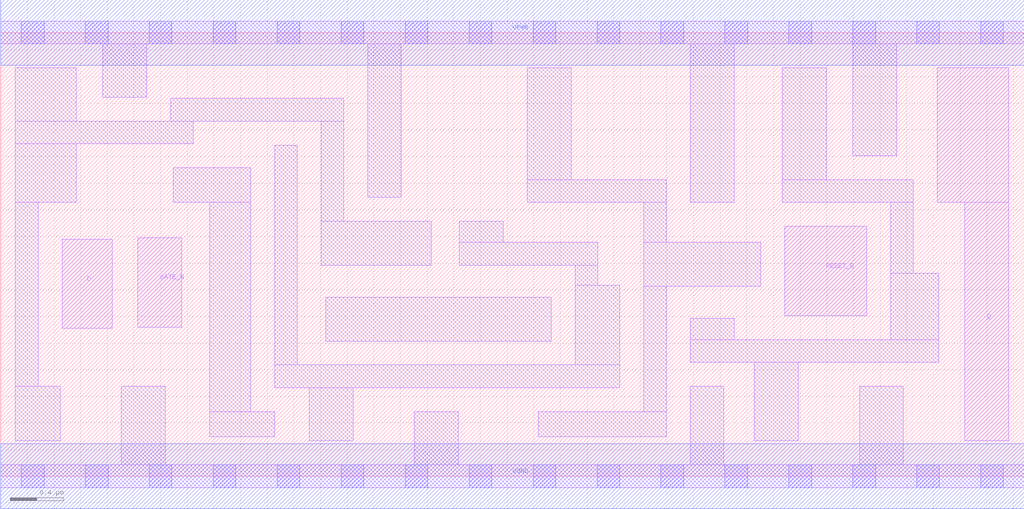
<source format=lef>
# Copyright 2020 The SkyWater PDK Authors
#
# Licensed under the Apache License, Version 2.0 (the "License");
# you may not use this file except in compliance with the License.
# You may obtain a copy of the License at
#
#     https://www.apache.org/licenses/LICENSE-2.0
#
# Unless required by applicable law or agreed to in writing, software
# distributed under the License is distributed on an "AS IS" BASIS,
# WITHOUT WARRANTIES OR CONDITIONS OF ANY KIND, either express or implied.
# See the License for the specific language governing permissions and
# limitations under the License.
#
# SPDX-License-Identifier: Apache-2.0

VERSION 5.7 ;
  NOWIREEXTENSIONATPIN ON ;
  DIVIDERCHAR "/" ;
  BUSBITCHARS "[]" ;
UNITS
  DATABASE MICRONS 200 ;
END UNITS
MACRO sky130_fd_sc_lp__dlrtn_lp
  CLASS CORE ;
  FOREIGN sky130_fd_sc_lp__dlrtn_lp ;
  ORIGIN  0.000000  0.000000 ;
  SIZE  7.680000 BY  3.330000 ;
  SYMMETRY X Y R90 ;
  SITE unit ;
  PIN D
    ANTENNAGATEAREA  0.376000 ;
    DIRECTION INPUT ;
    USE SIGNAL ;
    PORT
      LAYER li1 ;
        RECT 0.460000 1.110000 0.835000 1.780000 ;
    END
  END D
  PIN Q
    ANTENNADIFFAREA  0.404700 ;
    DIRECTION OUTPUT ;
    USE SIGNAL ;
    PORT
      LAYER li1 ;
        RECT 7.030000 2.055000 7.565000 3.065000 ;
        RECT 7.235000 0.265000 7.565000 2.055000 ;
    END
  END Q
  PIN RESET_B
    ANTENNAGATEAREA  0.313000 ;
    DIRECTION INPUT ;
    USE SIGNAL ;
    PORT
      LAYER li1 ;
        RECT 5.885000 1.205000 6.500000 1.875000 ;
    END
  END RESET_B
  PIN GATE_N
    ANTENNAGATEAREA  0.376000 ;
    DIRECTION INPUT ;
    USE CLOCK ;
    PORT
      LAYER li1 ;
        RECT 1.030000 1.120000 1.360000 1.790000 ;
    END
  END GATE_N
  PIN VGND
    DIRECTION INOUT ;
    USE GROUND ;
    PORT
      LAYER met1 ;
        RECT 0.000000 -0.245000 7.680000 0.245000 ;
    END
  END VGND
  PIN VPWR
    DIRECTION INOUT ;
    USE POWER ;
    PORT
      LAYER met1 ;
        RECT 0.000000 3.085000 7.680000 3.575000 ;
    END
  END VPWR
  OBS
    LAYER li1 ;
      RECT 0.000000 -0.085000 7.680000 0.085000 ;
      RECT 0.000000  3.245000 7.680000 3.415000 ;
      RECT 0.110000  0.265000 0.445000 0.675000 ;
      RECT 0.110000  0.675000 0.280000 2.055000 ;
      RECT 0.110000  2.055000 0.565000 2.495000 ;
      RECT 0.110000  2.495000 1.445000 2.665000 ;
      RECT 0.110000  2.665000 0.565000 3.065000 ;
      RECT 0.765000  2.845000 1.095000 3.245000 ;
      RECT 0.905000  0.085000 1.235000 0.675000 ;
      RECT 1.275000  2.665000 2.575000 2.835000 ;
      RECT 1.295000  2.055000 1.875000 2.315000 ;
      RECT 1.570000  0.295000 2.055000 0.485000 ;
      RECT 1.570000  0.485000 1.875000 2.055000 ;
      RECT 2.055000  0.665000 4.645000 0.835000 ;
      RECT 2.055000  0.835000 2.225000 2.485000 ;
      RECT 2.315000  0.265000 2.645000 0.665000 ;
      RECT 2.405000  1.585000 3.230000 1.915000 ;
      RECT 2.405000  1.915000 2.575000 2.665000 ;
      RECT 2.440000  1.015000 4.130000 1.345000 ;
      RECT 2.755000  2.095000 3.005000 3.245000 ;
      RECT 3.105000  0.085000 3.435000 0.485000 ;
      RECT 3.440000  1.585000 4.480000 1.755000 ;
      RECT 3.440000  1.755000 3.770000 1.915000 ;
      RECT 3.950000  2.055000 4.995000 2.225000 ;
      RECT 3.950000  2.225000 4.280000 3.065000 ;
      RECT 4.035000  0.295000 4.995000 0.485000 ;
      RECT 4.310000  0.835000 4.645000 1.435000 ;
      RECT 4.310000  1.435000 4.480000 1.585000 ;
      RECT 4.825000  0.485000 4.995000 1.425000 ;
      RECT 4.825000  1.425000 5.705000 1.755000 ;
      RECT 4.825000  1.755000 4.995000 2.055000 ;
      RECT 5.175000  0.085000 5.425000 0.675000 ;
      RECT 5.175000  0.855000 7.040000 1.025000 ;
      RECT 5.175000  1.025000 5.505000 1.185000 ;
      RECT 5.175000  2.055000 5.505000 3.245000 ;
      RECT 5.655000  0.265000 5.985000 0.855000 ;
      RECT 5.865000  2.055000 6.850000 2.225000 ;
      RECT 5.865000  2.225000 6.195000 3.065000 ;
      RECT 6.395000  2.405000 6.725000 3.245000 ;
      RECT 6.445000  0.085000 6.775000 0.675000 ;
      RECT 6.680000  1.025000 7.040000 1.525000 ;
      RECT 6.680000  1.525000 6.850000 2.055000 ;
    LAYER mcon ;
      RECT 0.155000 -0.085000 0.325000 0.085000 ;
      RECT 0.155000  3.245000 0.325000 3.415000 ;
      RECT 0.635000 -0.085000 0.805000 0.085000 ;
      RECT 0.635000  3.245000 0.805000 3.415000 ;
      RECT 1.115000 -0.085000 1.285000 0.085000 ;
      RECT 1.115000  3.245000 1.285000 3.415000 ;
      RECT 1.595000 -0.085000 1.765000 0.085000 ;
      RECT 1.595000  3.245000 1.765000 3.415000 ;
      RECT 2.075000 -0.085000 2.245000 0.085000 ;
      RECT 2.075000  3.245000 2.245000 3.415000 ;
      RECT 2.555000 -0.085000 2.725000 0.085000 ;
      RECT 2.555000  3.245000 2.725000 3.415000 ;
      RECT 3.035000 -0.085000 3.205000 0.085000 ;
      RECT 3.035000  3.245000 3.205000 3.415000 ;
      RECT 3.515000 -0.085000 3.685000 0.085000 ;
      RECT 3.515000  3.245000 3.685000 3.415000 ;
      RECT 3.995000 -0.085000 4.165000 0.085000 ;
      RECT 3.995000  3.245000 4.165000 3.415000 ;
      RECT 4.475000 -0.085000 4.645000 0.085000 ;
      RECT 4.475000  3.245000 4.645000 3.415000 ;
      RECT 4.955000 -0.085000 5.125000 0.085000 ;
      RECT 4.955000  3.245000 5.125000 3.415000 ;
      RECT 5.435000 -0.085000 5.605000 0.085000 ;
      RECT 5.435000  3.245000 5.605000 3.415000 ;
      RECT 5.915000 -0.085000 6.085000 0.085000 ;
      RECT 5.915000  3.245000 6.085000 3.415000 ;
      RECT 6.395000 -0.085000 6.565000 0.085000 ;
      RECT 6.395000  3.245000 6.565000 3.415000 ;
      RECT 6.875000 -0.085000 7.045000 0.085000 ;
      RECT 6.875000  3.245000 7.045000 3.415000 ;
      RECT 7.355000 -0.085000 7.525000 0.085000 ;
      RECT 7.355000  3.245000 7.525000 3.415000 ;
  END
END sky130_fd_sc_lp__dlrtn_lp
END LIBRARY

</source>
